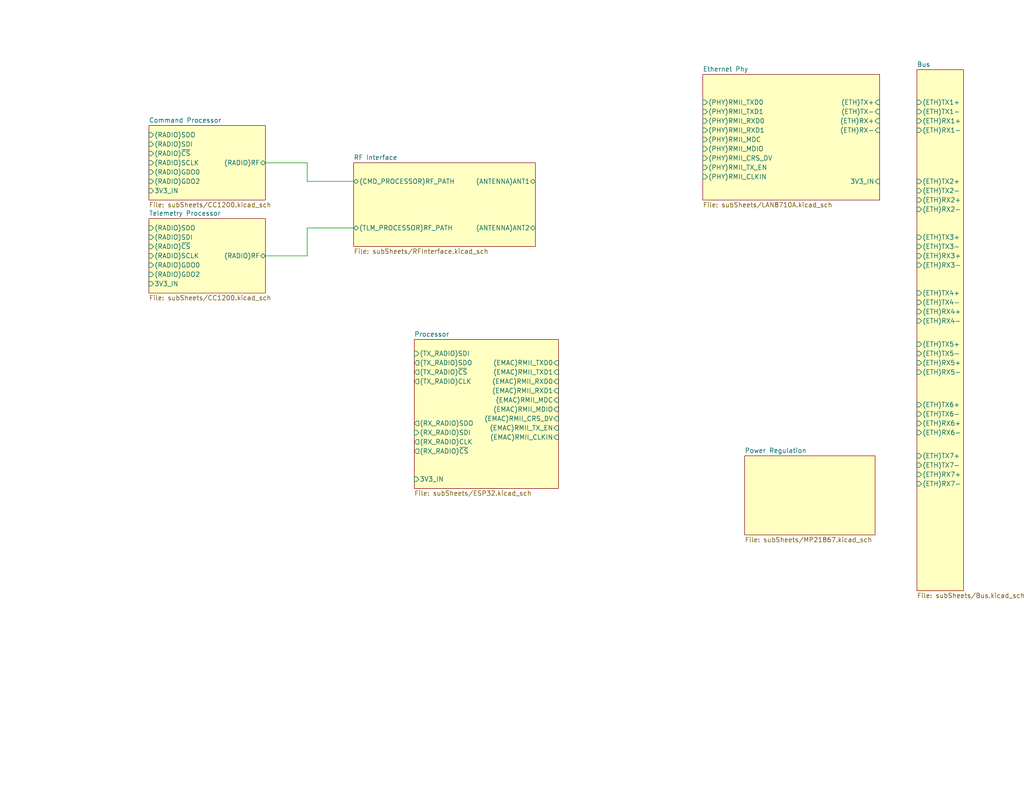
<source format=kicad_sch>
(kicad_sch
	(version 20231120)
	(generator "eeschema")
	(generator_version "8.0")
	(uuid "4f547a03-e188-41e7-9227-fa9ded3e9b13")
	(paper "A")
	(lib_symbols)
	(wire
		(pts
			(xy 72.39 44.45) (xy 83.82 44.45)
		)
		(stroke
			(width 0)
			(type default)
		)
		(uuid "79064975-589e-4969-81f4-1594bc0b8c50")
	)
	(wire
		(pts
			(xy 83.82 69.85) (xy 83.82 62.23)
		)
		(stroke
			(width 0)
			(type default)
		)
		(uuid "8fcdf712-72af-49ff-8e2a-69179413169f")
	)
	(wire
		(pts
			(xy 83.82 62.23) (xy 96.52 62.23)
		)
		(stroke
			(width 0)
			(type default)
		)
		(uuid "bb9f9bfc-4541-434b-baa4-b776780a9068")
	)
	(wire
		(pts
			(xy 83.82 49.53) (xy 96.52 49.53)
		)
		(stroke
			(width 0)
			(type default)
		)
		(uuid "dd2e10bf-97a3-45ee-b102-e47d655e4ab3")
	)
	(wire
		(pts
			(xy 72.39 69.85) (xy 83.82 69.85)
		)
		(stroke
			(width 0)
			(type default)
		)
		(uuid "e3dc4ab8-81d5-499d-916d-0986e8e6de8e")
	)
	(wire
		(pts
			(xy 83.82 44.45) (xy 83.82 49.53)
		)
		(stroke
			(width 0)
			(type default)
		)
		(uuid "f024c528-5201-4461-bad2-1fd35b336b14")
	)
	(sheet
		(at 96.52 44.45)
		(size 49.53 22.86)
		(fields_autoplaced yes)
		(stroke
			(width 0.1524)
			(type solid)
		)
		(fill
			(color 255 255 194 1.0000)
		)
		(uuid "04d7acbd-cf74-4aa5-a9d3-6649b8b9438f")
		(property "Sheetname" "RF Interface"
			(at 96.52 43.7384 0)
			(effects
				(font
					(size 1.27 1.27)
				)
				(justify left bottom)
			)
		)
		(property "Sheetfile" "subSheets/RFInterface.kicad_sch"
			(at 96.52 67.8946 0)
			(effects
				(font
					(size 1.27 1.27)
				)
				(justify left top)
			)
		)
		(pin "(TLM_PROCESSOR)RF_PATH" bidirectional
			(at 96.52 62.23 180)
			(effects
				(font
					(size 1.27 1.27)
				)
				(justify left)
			)
			(uuid "32de85c5-f9ad-4da6-aed1-0ac921c96ba9")
		)
		(pin "(CMD_PROCESSOR)RF_PATH" bidirectional
			(at 96.52 49.53 180)
			(effects
				(font
					(size 1.27 1.27)
				)
				(justify left)
			)
			(uuid "92bce964-69e2-4be1-bbeb-98ca1d1d372d")
		)
		(pin "(ANTENNA)ANT1" bidirectional
			(at 146.05 49.53 0)
			(effects
				(font
					(size 1.27 1.27)
				)
				(justify right)
			)
			(uuid "2d37c52e-a4ef-4469-a727-4088930ca29d")
		)
		(pin "(ANTENNA)ANT2" bidirectional
			(at 146.05 62.23 0)
			(effects
				(font
					(size 1.27 1.27)
				)
				(justify right)
			)
			(uuid "920a5401-a806-4d37-9968-82178ebc1dd4")
		)
		(instances
			(project "tlmModule"
				(path "/4f547a03-e188-41e7-9227-fa9ded3e9b13"
					(page "6")
				)
			)
		)
	)
	(sheet
		(at 40.64 59.69)
		(size 31.75 20.32)
		(fields_autoplaced yes)
		(stroke
			(width 0.1524)
			(type solid)
		)
		(fill
			(color 255 255 194 1.0000)
		)
		(uuid "2a82ec46-4bfd-4659-9980-25ce430236ec")
		(property "Sheetname" "Telemetry Processor"
			(at 40.64 58.9784 0)
			(effects
				(font
					(size 1.27 1.27)
				)
				(justify left bottom)
			)
		)
		(property "Sheetfile" "subSheets/CC1200.kicad_sch"
			(at 40.64 80.5946 0)
			(effects
				(font
					(size 1.27 1.27)
				)
				(justify left top)
			)
		)
		(pin "(RADIO)GDO2" input
			(at 40.64 74.93 180)
			(effects
				(font
					(size 1.27 1.27)
				)
				(justify left)
			)
			(uuid "8ea68d6a-f633-4117-9137-ce552d6b2c0f")
		)
		(pin "(RADIO)GDO0" input
			(at 40.64 72.39 180)
			(effects
				(font
					(size 1.27 1.27)
				)
				(justify left)
			)
			(uuid "344fe062-20cd-45ca-be1c-ceeb15fdf2d6")
		)
		(pin "(RADIO)SCLK" input
			(at 40.64 69.85 180)
			(effects
				(font
					(size 1.27 1.27)
				)
				(justify left)
			)
			(uuid "e0a24bfe-419c-4303-801c-e0112c83d5af")
		)
		(pin "(RADIO)~{CS}" input
			(at 40.64 67.31 180)
			(effects
				(font
					(size 1.27 1.27)
				)
				(justify left)
			)
			(uuid "88055387-c758-4b7a-8677-35abe069897f")
		)
		(pin "(RADIO)SDI" input
			(at 40.64 64.77 180)
			(effects
				(font
					(size 1.27 1.27)
				)
				(justify left)
			)
			(uuid "dd61804d-94de-4810-9f59-c226221ed5eb")
		)
		(pin "(RADIO)SDO" input
			(at 40.64 62.23 180)
			(effects
				(font
					(size 1.27 1.27)
				)
				(justify left)
			)
			(uuid "741089b9-0192-4418-9bed-4c05973d93f9")
		)
		(pin "3V3_IN" input
			(at 40.64 77.47 180)
			(effects
				(font
					(size 1.27 1.27)
				)
				(justify left)
			)
			(uuid "e42be15b-ce7e-48e2-9086-0efc642b89fd")
		)
		(pin "(RADIO)RF" bidirectional
			(at 72.39 69.85 0)
			(effects
				(font
					(size 1.27 1.27)
				)
				(justify right)
			)
			(uuid "e754eeaf-9a54-467c-8a38-9b687d49c609")
		)
		(instances
			(project "tlmModule"
				(path "/4f547a03-e188-41e7-9227-fa9ded3e9b13"
					(page "4")
				)
			)
		)
	)
	(sheet
		(at 250.19 19.05)
		(size 12.7 142.24)
		(fields_autoplaced yes)
		(stroke
			(width 0.1524)
			(type solid)
		)
		(fill
			(color 255 255 194 1.0000)
		)
		(uuid "9986f986-3da2-48ad-9914-d402baeb0b93")
		(property "Sheetname" "Bus"
			(at 250.19 18.3384 0)
			(effects
				(font
					(size 1.27 1.27)
				)
				(justify left bottom)
			)
		)
		(property "Sheetfile" "subSheets/Bus.kicad_sch"
			(at 250.19 161.8746 0)
			(effects
				(font
					(size 1.27 1.27)
				)
				(justify left top)
			)
		)
		(pin "(ETH)RX3+" input
			(at 250.19 69.85 180)
			(effects
				(font
					(size 1.27 1.27)
				)
				(justify left)
			)
			(uuid "118940f6-b1a7-448e-9575-1208c1f12c21")
		)
		(pin "(ETH)TX3-" input
			(at 250.19 67.31 180)
			(effects
				(font
					(size 1.27 1.27)
				)
				(justify left)
			)
			(uuid "ddbc2422-cbdf-48f8-b9ba-403c6a194761")
		)
		(pin "(ETH)RX3-" input
			(at 250.19 72.39 180)
			(effects
				(font
					(size 1.27 1.27)
				)
				(justify left)
			)
			(uuid "b574cb91-ba41-427b-b5f4-3ef10a0c344d")
		)
		(pin "(ETH)RX4-" input
			(at 250.19 87.63 180)
			(effects
				(font
					(size 1.27 1.27)
				)
				(justify left)
			)
			(uuid "41044daa-ab63-4a44-bc94-6c0aa6ba16e2")
		)
		(pin "(ETH)TX4+" input
			(at 250.19 80.01 180)
			(effects
				(font
					(size 1.27 1.27)
				)
				(justify left)
			)
			(uuid "07835043-415c-4d8e-99fb-f110457d274f")
		)
		(pin "(ETH)TX4-" input
			(at 250.19 82.55 180)
			(effects
				(font
					(size 1.27 1.27)
				)
				(justify left)
			)
			(uuid "f91925dc-9cdf-4867-8d82-6545234e9df7")
		)
		(pin "(ETH)RX4+" input
			(at 250.19 85.09 180)
			(effects
				(font
					(size 1.27 1.27)
				)
				(justify left)
			)
			(uuid "ed20b63d-a2f4-4491-9dc8-c4a5c2422fa7")
		)
		(pin "(ETH)TX2-" input
			(at 250.19 52.07 180)
			(effects
				(font
					(size 1.27 1.27)
				)
				(justify left)
			)
			(uuid "2743b404-23c3-4838-919a-1d60f80b2720")
		)
		(pin "(ETH)TX3+" input
			(at 250.19 64.77 180)
			(effects
				(font
					(size 1.27 1.27)
				)
				(justify left)
			)
			(uuid "eb3f2936-296e-4f69-ba5d-d3318b496f4a")
		)
		(pin "(ETH)RX2+" input
			(at 250.19 54.61 180)
			(effects
				(font
					(size 1.27 1.27)
				)
				(justify left)
			)
			(uuid "18bd28d7-5abb-49cc-bd0c-da2c7d85b498")
		)
		(pin "(ETH)RX2-" input
			(at 250.19 57.15 180)
			(effects
				(font
					(size 1.27 1.27)
				)
				(justify left)
			)
			(uuid "76dbbe28-b7e6-4595-a440-8d275c303134")
		)
		(pin "(ETH)TX2+" input
			(at 250.19 49.53 180)
			(effects
				(font
					(size 1.27 1.27)
				)
				(justify left)
			)
			(uuid "45dd4fab-8b0d-4df8-909e-6f446c87ee5e")
		)
		(pin "(ETH)RX5+" input
			(at 250.19 99.06 180)
			(effects
				(font
					(size 1.27 1.27)
				)
				(justify left)
			)
			(uuid "98f9a3b7-c235-4288-93f0-a1593b27ace9")
		)
		(pin "(ETH)TX5+" input
			(at 250.19 93.98 180)
			(effects
				(font
					(size 1.27 1.27)
				)
				(justify left)
			)
			(uuid "4bc93d90-1dac-467b-bd5e-a2ef0c0f046e")
		)
		(pin "(ETH)RX6+" input
			(at 250.19 115.57 180)
			(effects
				(font
					(size 1.27 1.27)
				)
				(justify left)
			)
			(uuid "b59e5d57-5ae7-4ab9-b385-f5720d4dcb3f")
		)
		(pin "(ETH)TX5-" input
			(at 250.19 96.52 180)
			(effects
				(font
					(size 1.27 1.27)
				)
				(justify left)
			)
			(uuid "5e8a4292-1fa2-4cf4-a6f1-6a474e951dc6")
		)
		(pin "(ETH)TX6-" input
			(at 250.19 113.03 180)
			(effects
				(font
					(size 1.27 1.27)
				)
				(justify left)
			)
			(uuid "8b3050ba-7db7-4f62-8c22-e2ab531f69d9")
		)
		(pin "(ETH)RX5-" input
			(at 250.19 101.6 180)
			(effects
				(font
					(size 1.27 1.27)
				)
				(justify left)
			)
			(uuid "ff36852f-cb89-4f23-a46a-9c179311d273")
		)
		(pin "(ETH)RX6-" input
			(at 250.19 118.11 180)
			(effects
				(font
					(size 1.27 1.27)
				)
				(justify left)
			)
			(uuid "ab10dbe1-1f7d-41c3-ae5c-8ff15b9ecd8d")
		)
		(pin "(ETH)TX6+" input
			(at 250.19 110.49 180)
			(effects
				(font
					(size 1.27 1.27)
				)
				(justify left)
			)
			(uuid "6640f581-1d6a-4bab-b50a-6f6102322a39")
		)
		(pin "(ETH)RX1+" input
			(at 250.19 33.02 180)
			(effects
				(font
					(size 1.27 1.27)
				)
				(justify left)
			)
			(uuid "c8423b45-d115-491a-900a-dc5f1ca2e6e2")
		)
		(pin "(ETH)TX1+" input
			(at 250.19 27.94 180)
			(effects
				(font
					(size 1.27 1.27)
				)
				(justify left)
			)
			(uuid "0cb3fbcd-147a-4fbb-872c-99f1d2e53467")
		)
		(pin "(ETH)TX1-" input
			(at 250.19 30.48 180)
			(effects
				(font
					(size 1.27 1.27)
				)
				(justify left)
			)
			(uuid "4b62de12-9e65-4dfc-abc7-b3d82346c498")
		)
		(pin "(ETH)RX1-" input
			(at 250.19 35.56 180)
			(effects
				(font
					(size 1.27 1.27)
				)
				(justify left)
			)
			(uuid "f56b87ed-129b-4734-a87a-60417df274e3")
		)
		(pin "(ETH)RX7+" input
			(at 250.19 129.54 180)
			(effects
				(font
					(size 1.27 1.27)
				)
				(justify left)
			)
			(uuid "e8707e7f-072d-4135-8412-a28d60cdb9fc")
		)
		(pin "(ETH)TX7-" input
			(at 250.19 127 180)
			(effects
				(font
					(size 1.27 1.27)
				)
				(justify left)
			)
			(uuid "01100d37-5a66-4673-b5fb-502841d06704")
		)
		(pin "(ETH)TX7+" input
			(at 250.19 124.46 180)
			(effects
				(font
					(size 1.27 1.27)
				)
				(justify left)
			)
			(uuid "617673af-88b9-4d6b-acf8-2d9c0cf83aeb")
		)
		(pin "(ETH)RX7-" input
			(at 250.19 132.08 180)
			(effects
				(font
					(size 1.27 1.27)
				)
				(justify left)
			)
			(uuid "a07c3780-961a-4f74-9668-3900fd8885ad")
		)
		(instances
			(project "tlmModule"
				(path "/4f547a03-e188-41e7-9227-fa9ded3e9b13"
					(page "8")
				)
			)
		)
	)
	(sheet
		(at 191.77 20.32)
		(size 48.26 34.29)
		(fields_autoplaced yes)
		(stroke
			(width 0.1524)
			(type solid)
		)
		(fill
			(color 255 255 194 1.0000)
		)
		(uuid "99abcdf3-709f-4a11-90ff-d1ffc3473009")
		(property "Sheetname" "Ethernet Phy"
			(at 191.77 19.6084 0)
			(effects
				(font
					(size 1.27 1.27)
				)
				(justify left bottom)
			)
		)
		(property "Sheetfile" "subSheets/LAN8710A.kicad_sch"
			(at 191.77 55.1946 0)
			(effects
				(font
					(size 1.27 1.27)
				)
				(justify left top)
			)
		)
		(pin "3V3_IN" input
			(at 240.03 49.53 0)
			(effects
				(font
					(size 1.27 1.27)
				)
				(justify right)
			)
			(uuid "b96c0423-8189-410a-ac34-167508fcc50c")
		)
		(pin "(PHY)RMII_CLKIN" input
			(at 191.77 48.26 180)
			(effects
				(font
					(size 1.27 1.27)
				)
				(justify left)
			)
			(uuid "e6e9040e-2f3d-4adf-a2dc-9671b7c83d12")
		)
		(pin "(PHY)RMII_TXD0" input
			(at 191.77 27.94 180)
			(effects
				(font
					(size 1.27 1.27)
				)
				(justify left)
			)
			(uuid "3e51f940-7506-4e4e-805b-500e2076cc76")
		)
		(pin "(PHY)RMII_TXD1" input
			(at 191.77 30.48 180)
			(effects
				(font
					(size 1.27 1.27)
				)
				(justify left)
			)
			(uuid "1d8fef9e-7de8-4c6c-ae1d-6faa20cdf691")
		)
		(pin "(PHY)RMII_CRS_DV" input
			(at 191.77 43.18 180)
			(effects
				(font
					(size 1.27 1.27)
				)
				(justify left)
			)
			(uuid "68f00c1b-396e-4905-95d5-e153303b74cc")
		)
		(pin "(PHY)RMII_MDIO" input
			(at 191.77 40.64 180)
			(effects
				(font
					(size 1.27 1.27)
				)
				(justify left)
			)
			(uuid "7dfa5257-93a6-44ee-a56f-a90dd3909dce")
		)
		(pin "(PHY)RMII_TX_EN" input
			(at 191.77 45.72 180)
			(effects
				(font
					(size 1.27 1.27)
				)
				(justify left)
			)
			(uuid "ab50b02c-2029-4d7e-a01e-92ced4ba5055")
		)
		(pin "(PHY)RMII_RXD0" input
			(at 191.77 33.02 180)
			(effects
				(font
					(size 1.27 1.27)
				)
				(justify left)
			)
			(uuid "3f72625b-3d2a-4234-882c-2121dd1be0f7")
		)
		(pin "(PHY)RMII_RXD1" input
			(at 191.77 35.56 180)
			(effects
				(font
					(size 1.27 1.27)
				)
				(justify left)
			)
			(uuid "538ce78e-814e-45a6-aa36-191831055760")
		)
		(pin "(PHY)RMII_MDC" input
			(at 191.77 38.1 180)
			(effects
				(font
					(size 1.27 1.27)
				)
				(justify left)
			)
			(uuid "a119aac9-a042-4ab6-bf8e-6901920e87ad")
		)
		(pin "(ETH)TX+" input
			(at 240.03 27.94 0)
			(effects
				(font
					(size 1.27 1.27)
				)
				(justify right)
			)
			(uuid "f4b7aa8b-3ced-4ebf-a999-c33b84dd621c")
		)
		(pin "(ETH)TX-" input
			(at 240.03 30.48 0)
			(effects
				(font
					(size 1.27 1.27)
				)
				(justify right)
			)
			(uuid "17df6da4-d2b9-4d1a-a16e-142c0948e187")
		)
		(pin "(ETH)RX+" input
			(at 240.03 33.02 0)
			(effects
				(font
					(size 1.27 1.27)
				)
				(justify right)
			)
			(uuid "b41ae1b9-c8b4-4881-91dd-1ff54cb2fe50")
		)
		(pin "(ETH)RX-" input
			(at 240.03 35.56 0)
			(effects
				(font
					(size 1.27 1.27)
				)
				(justify right)
			)
			(uuid "57534cb1-68bf-46d1-8658-6ddec7a9a0aa")
		)
		(instances
			(project "tlmModule"
				(path "/4f547a03-e188-41e7-9227-fa9ded3e9b13"
					(page "7")
				)
			)
		)
	)
	(sheet
		(at 203.2 124.46)
		(size 35.56 21.59)
		(fields_autoplaced yes)
		(stroke
			(width 0.1524)
			(type solid)
		)
		(fill
			(color 255 255 194 1.0000)
		)
		(uuid "cd830d1a-5a6b-41cf-9bbe-4509be14abf3")
		(property "Sheetname" "Power Regulation"
			(at 203.2 123.7484 0)
			(effects
				(font
					(size 1.27 1.27)
				)
				(justify left bottom)
			)
		)
		(property "Sheetfile" "subSheets/MP21867.kicad_sch"
			(at 203.2 146.6346 0)
			(effects
				(font
					(size 1.27 1.27)
				)
				(justify left top)
			)
		)
		(instances
			(project "tlmModule"
				(path "/4f547a03-e188-41e7-9227-fa9ded3e9b13"
					(page "5")
				)
			)
		)
	)
	(sheet
		(at 40.64 34.29)
		(size 31.75 20.32)
		(fields_autoplaced yes)
		(stroke
			(width 0.1524)
			(type solid)
		)
		(fill
			(color 255 255 194 1.0000)
		)
		(uuid "cf555c63-33da-4e05-aa4a-b8a85e8b674c")
		(property "Sheetname" "Command Processor"
			(at 40.64 33.5784 0)
			(effects
				(font
					(size 1.27 1.27)
				)
				(justify left bottom)
			)
		)
		(property "Sheetfile" "subSheets/CC1200.kicad_sch"
			(at 40.64 55.1946 0)
			(effects
				(font
					(size 1.27 1.27)
				)
				(justify left top)
			)
		)
		(pin "(RADIO)GDO2" input
			(at 40.64 49.53 180)
			(effects
				(font
					(size 1.27 1.27)
				)
				(justify left)
			)
			(uuid "d2471eea-f7da-4b01-b192-bd0b135f9339")
		)
		(pin "(RADIO)GDO0" input
			(at 40.64 46.99 180)
			(effects
				(font
					(size 1.27 1.27)
				)
				(justify left)
			)
			(uuid "e1ebd0ba-5e18-43b2-9226-e8e5831d943d")
		)
		(pin "(RADIO)SCLK" input
			(at 40.64 44.45 180)
			(effects
				(font
					(size 1.27 1.27)
				)
				(justify left)
			)
			(uuid "0654260a-7b52-45ba-9200-57a09f23b611")
		)
		(pin "(RADIO)~{CS}" input
			(at 40.64 41.91 180)
			(effects
				(font
					(size 1.27 1.27)
				)
				(justify left)
			)
			(uuid "a2a01863-9a14-4325-9016-b4f8af8a314e")
		)
		(pin "(RADIO)SDI" input
			(at 40.64 39.37 180)
			(effects
				(font
					(size 1.27 1.27)
				)
				(justify left)
			)
			(uuid "b78fd32a-d824-4ee0-a50b-62ba7f0576a8")
		)
		(pin "(RADIO)SDO" input
			(at 40.64 36.83 180)
			(effects
				(font
					(size 1.27 1.27)
				)
				(justify left)
			)
			(uuid "57868e2b-2ad3-4e99-b445-b1bfe9953b09")
		)
		(pin "3V3_IN" input
			(at 40.64 52.07 180)
			(effects
				(font
					(size 1.27 1.27)
				)
				(justify left)
			)
			(uuid "f400cd9d-01a9-43bf-96f3-315a72cea60e")
		)
		(pin "(RADIO)RF" bidirectional
			(at 72.39 44.45 0)
			(effects
				(font
					(size 1.27 1.27)
				)
				(justify right)
			)
			(uuid "c9d619fa-6174-4590-af5d-43bdc3b2a782")
		)
		(instances
			(project "tlmModule"
				(path "/4f547a03-e188-41e7-9227-fa9ded3e9b13"
					(page "3")
				)
			)
		)
	)
	(sheet
		(at 113.03 92.71)
		(size 39.37 40.64)
		(fields_autoplaced yes)
		(stroke
			(width 0.1524)
			(type solid)
		)
		(fill
			(color 255 255 194 1.0000)
		)
		(uuid "df4f64fb-0bcc-42a4-83d2-9fe5e54f5c54")
		(property "Sheetname" "Processor"
			(at 113.03 91.9984 0)
			(effects
				(font
					(size 1.27 1.27)
				)
				(justify left bottom)
			)
		)
		(property "Sheetfile" "subSheets/ESP32.kicad_sch"
			(at 113.03 133.9346 0)
			(effects
				(font
					(size 1.27 1.27)
				)
				(justify left top)
			)
		)
		(pin "(EMAC)RMII_TXD0" input
			(at 152.4 99.06 0)
			(effects
				(font
					(size 1.27 1.27)
				)
				(justify right)
			)
			(uuid "5acf133c-f7a4-4697-9293-44dda4ece09a")
		)
		(pin "(EMAC)RMII_MDIO" input
			(at 152.4 111.76 0)
			(effects
				(font
					(size 1.27 1.27)
				)
				(justify right)
			)
			(uuid "ff305163-2319-4298-97a3-605a62317314")
		)
		(pin "(EMAC)RMII_TX_EN" input
			(at 152.4 116.84 0)
			(effects
				(font
					(size 1.27 1.27)
				)
				(justify right)
			)
			(uuid "5b9531bc-5aa6-49c8-b449-af3aa210e666")
		)
		(pin "(EMAC)RMII_TXD1" input
			(at 152.4 101.6 0)
			(effects
				(font
					(size 1.27 1.27)
				)
				(justify right)
			)
			(uuid "95e3d7e8-838a-4fd9-a7cb-c06ec30e16da")
		)
		(pin "(EMAC)RMII_RXD0" input
			(at 152.4 104.14 0)
			(effects
				(font
					(size 1.27 1.27)
				)
				(justify right)
			)
			(uuid "8458872c-6660-4e3c-9816-734a3d6b13b6")
		)
		(pin "(EMAC)RMII_CRS_DV" input
			(at 152.4 114.3 0)
			(effects
				(font
					(size 1.27 1.27)
				)
				(justify right)
			)
			(uuid "03a26b38-427b-4d9c-b831-10afcf2a6549")
		)
		(pin "(EMAC)RMII_RXD1" input
			(at 152.4 106.68 0)
			(effects
				(font
					(size 1.27 1.27)
				)
				(justify right)
			)
			(uuid "22121963-9eb1-483e-91a8-512cbb4d0f5e")
		)
		(pin "(EMAC)RMII_CLKIN" input
			(at 152.4 119.38 0)
			(effects
				(font
					(size 1.27 1.27)
				)
				(justify right)
			)
			(uuid "05b4c488-1b03-4748-b75f-3eea3c0ae775")
		)
		(pin "(EMAC)RMII_MDC" input
			(at 152.4 109.22 0)
			(effects
				(font
					(size 1.27 1.27)
				)
				(justify right)
			)
			(uuid "41b5c69c-c576-4920-851e-a6974daa3d91")
		)
		(pin "(RX_RADIO)~{CS}" output
			(at 113.03 123.19 180)
			(effects
				(font
					(size 1.27 1.27)
				)
				(justify left)
			)
			(uuid "be821b70-f987-4352-ae8b-a9fe855270d5")
		)
		(pin "(TX_RADIO)~{CS}" output
			(at 113.03 101.6 180)
			(effects
				(font
					(size 1.27 1.27)
				)
				(justify left)
			)
			(uuid "83d6d403-c643-402e-9cc0-58ae5db68f83")
		)
		(pin "(RX_RADIO)CLK" output
			(at 113.03 120.65 180)
			(effects
				(font
					(size 1.27 1.27)
				)
				(justify left)
			)
			(uuid "6a027d2b-d71f-4342-8ff8-622a9520f21f")
		)
		(pin "(RX_RADIO)SDI" input
			(at 113.03 118.11 180)
			(effects
				(font
					(size 1.27 1.27)
				)
				(justify left)
			)
			(uuid "cd54b4bc-2000-41aa-9284-77f088b92671")
		)
		(pin "(RX_RADIO)SDO" output
			(at 113.03 115.57 180)
			(effects
				(font
					(size 1.27 1.27)
				)
				(justify left)
			)
			(uuid "1c201385-352c-419e-8b93-5751b9507ffb")
		)
		(pin "(TX_RADIO)SDO" output
			(at 113.03 99.06 180)
			(effects
				(font
					(size 1.27 1.27)
				)
				(justify left)
			)
			(uuid "d7ded303-275c-42ab-ad91-9953fc1f857b")
		)
		(pin "(TX_RADIO)SDI" input
			(at 113.03 96.52 180)
			(effects
				(font
					(size 1.27 1.27)
				)
				(justify left)
			)
			(uuid "cad8566f-096d-46be-b4d7-75432df3041e")
		)
		(pin "(TX_RADIO)CLK" output
			(at 113.03 104.14 180)
			(effects
				(font
					(size 1.27 1.27)
				)
				(justify left)
			)
			(uuid "5e9ed8bd-1eed-4a27-a58d-520c22c8520c")
		)
		(pin "3V3_IN" input
			(at 113.03 130.81 180)
			(effects
				(font
					(size 1.27 1.27)
				)
				(justify left)
			)
			(uuid "c3d093e7-dd3a-4803-8fe7-67dd03bb724d")
		)
		(instances
			(project "tlmModule"
				(path "/4f547a03-e188-41e7-9227-fa9ded3e9b13"
					(page "2")
				)
			)
		)
	)
	(sheet_instances
		(path "/"
			(page "1")
		)
	)
)

</source>
